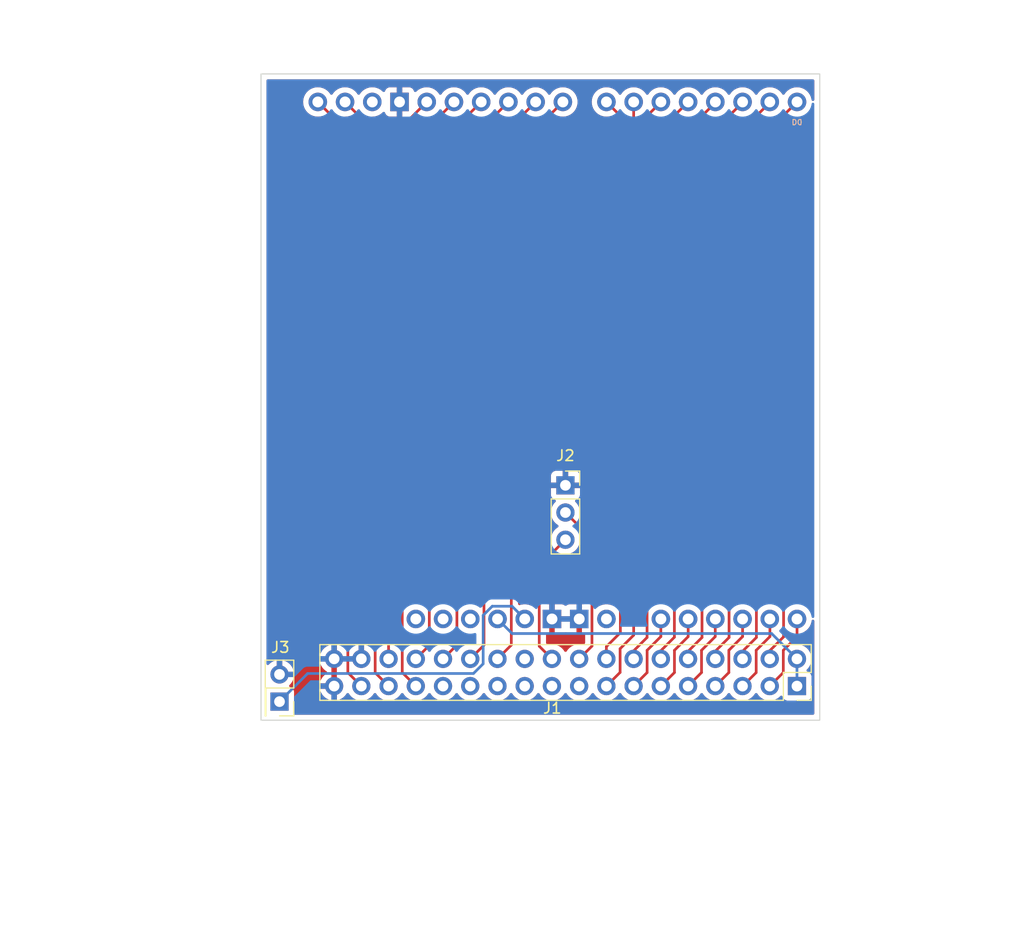
<source format=kicad_pcb>
(kicad_pcb (version 20211014) (generator pcbnew)
  (layers (0 "F.Cu" signal) (31 "B.Cu" signal) (34 "B.Paste" user) (35 "F.Paste" user) (36 "B.SilkS" user "B.Silkscreen") (37 "F.SilkS" user "F.Silkscreen") (38 "B.Mask" user) (39 "F.Mask" user) (44 "Edge.Cuts" user))
  (net 0 "")
  (net 1 "+5V")
  (net 2 "GND")
  (net 3 "+3V3")
  (net 4 "/ARDUINO_A_5")
  (net 5 "/ARDUINO_IO_14")
  (net 6 "/ARDUINO_IO_15")
  (net 7 "/ARDUINO_IO_13")
  (net 8 "/ARDUINO_IO_12")
  (net 9 "/ARDUINO_IO_11")
  (net 10 "/ARDUINO_IO_10")
  (net 11 "/ARDUINO_IO_9")
  (net 12 "/ARDUINO_IO_8")
  (net 13 "/ARDUINO_IO_7")
  (net 14 "/ARDUINO_IO_6")
  (net 15 "/ARDUINO_IO_5")
  (net 16 "/ARDUINO_IO_4")
  (net 17 "/ARDUINO_IO_3")
  (net 18 "/ARDUINO_IO_2")
  (net 19 "/ARDUINO_IO_1")
  (net 20 "/ARDUINO_IO_0")
  (net 21 "/ARDUINO_A_4")
  (net 22 "/ARDUINO_A_3")
  (net 23 "/ARDUINO_A_2")
  (net 24 "/ARDUINO_A_1")
  (net 25 "/ARDUINO_A_0")
  (net 37 "Net-(J1-Pad20)")
  (net 38 "Net-(J1-Pad18)")
  (footprint "Connector_PinSocket_2.54mm:PinSocket_2x18_P2.54mm_Vertical" (layer "F.Cu") (at 195.275 130.465 -90)
    (fp_text reference "J1" (at 2.06 22.825 180) (layer "F.SilkS"))
    (fp_text value "Conn_02x18_Odd_Even")
    (fp_line (start -1.27 1.27) (end 1.33 1.27) (layer "F.SilkS") (width 0.12))
    (fp_line (start -1.27 -1.33) (end -1.27 1.27) (layer "F.SilkS") (width 0.12))
    (fp_line (start 1.33 1.27) (end 1.33 44.51) (layer "F.SilkS") (width 0.12))
    (fp_line (start 0 -1.33) (end 1.33 -1.33) (layer "F.SilkS") (width 0.12))
    (fp_line (start 1.33 -1.33) (end 1.33 0) (layer "F.SilkS") (width 0.12))
    (fp_line (start -3.87 -1.33) (end -3.87 44.51) (layer "F.SilkS") (width 0.12))
    (fp_line (start -3.87 44.51) (end 1.33 44.51) (layer "F.SilkS") (width 0.12))
    (fp_line (start -3.87 -1.33) (end -1.27 -1.33) (layer "F.SilkS") (width 0.12))
    (pad "1" thru_hole rect (at 0 0 270) (size 1.7 1.7) (drill 1) (layers *.Cu *.Mask) (net 3 "+3V3"))
    (pad "2" thru_hole oval (at -2.54 0 270) (size 1.7 1.7) (drill 1) (layers *.Cu *.Mask) (net 3 "+3V3"))
    (pad "3" thru_hole oval (at 0 2.54 270) (size 1.7 1.7) (drill 1) (layers *.Cu *.Mask) (net 4 "/ARDUINO_A_5"))
    (pad "4" thru_hole oval (at -2.54 2.54 270) (size 1.7 1.7) (drill 1) (layers *.Cu *.Mask) (net 20 "/ARDUINO_IO_0"))
    (pad "5" thru_hole oval (at 0 5.08 270) (size 1.7 1.7) (drill 1) (layers *.Cu *.Mask) (net 21 "/ARDUINO_A_4"))
    (pad "6" thru_hole oval (at -2.54 5.08 270) (size 1.7 1.7) (drill 1) (layers *.Cu *.Mask) (net 19 "/ARDUINO_IO_1"))
    (pad "7" thru_hole oval (at 0 7.62 270) (size 1.7 1.7) (drill 1) (layers *.Cu *.Mask) (net 22 "/ARDUINO_A_3"))
    (pad "8" thru_hole oval (at -2.54 7.62 270) (size 1.7 1.7) (drill 1) (layers *.Cu *.Mask) (net 18 "/ARDUINO_IO_2"))
    (pad "9" thru_hole oval (at 0 10.16 270) (size 1.7 1.7) (drill 1) (layers *.Cu *.Mask) (net 23 "/ARDUINO_A_2"))
    (pad "10" thru_hole oval (at -2.54 10.16 270) (size 1.7 1.7) (drill 1) (layers *.Cu *.Mask) (net 17 "/ARDUINO_IO_3"))
    (pad "11" thru_hole oval (at 0 12.7 270) (size 1.7 1.7) (drill 1) (layers *.Cu *.Mask) (net 24 "/ARDUINO_A_1"))
    (pad "12" thru_hole oval (at -2.54 12.7 270) (size 1.7 1.7) (drill 1) (layers *.Cu *.Mask) (net 16 "/ARDUINO_IO_4"))
    (pad "13" thru_hole oval (at 0 15.24 270) (size 1.7 1.7) (drill 1) (layers *.Cu *.Mask) (net 25 "/ARDUINO_A_0"))
    (pad "14" thru_hole oval (at -2.54 15.24 270) (size 1.7 1.7) (drill 1) (layers *.Cu *.Mask) (net 15 "/ARDUINO_IO_5"))
    (pad "15" thru_hole oval (at 0 17.78 270) (size 1.7 1.7) (drill 1) (layers *.Cu *.Mask) (net 14 "/ARDUINO_IO_6"))
    (pad "16" thru_hole oval (at -2.54 17.78 270) (size 1.7 1.7) (drill 1) (layers *.Cu *.Mask) (net 13 "/ARDUINO_IO_7"))
    (pad "17" thru_hole oval (at 0 20.32 270) (size 1.7 1.7) (drill 1) (layers *.Cu *.Mask))
    (pad "18" thru_hole oval (at -2.54 20.32 270) (size 1.7 1.7) (drill 1) (layers *.Cu *.Mask) (net 38 "Net-(J1-Pad18)"))
    (pad "19" thru_hole oval (at 0 22.86 270) (size 1.7 1.7) (drill 1) (layers *.Cu *.Mask))
    (pad "20" thru_hole oval (at -2.54 22.86 270) (size 1.7 1.7) (drill 1) (layers *.Cu *.Mask) (net 37 "Net-(J1-Pad20)"))
    (pad "21" thru_hole oval (at 0 25.4 270) (size 1.7 1.7) (drill 1) (layers *.Cu *.Mask))
    (pad "22" thru_hole oval (at -2.54 25.4 270) (size 1.7 1.7) (drill 1) (layers *.Cu *.Mask))
    (pad "23" thru_hole oval (at 0 27.94 270) (size 1.7 1.7) (drill 1) (layers *.Cu *.Mask))
    (pad "24" thru_hole oval (at -2.54 27.94 270) (size 1.7 1.7) (drill 1) (layers *.Cu *.Mask) (net 12 "/ARDUINO_IO_8"))
    (pad "25" thru_hole oval (at 0 30.48 270) (size 1.7 1.7) (drill 1) (layers *.Cu *.Mask))
    (pad "26" thru_hole oval (at -2.54 30.48 270) (size 1.7 1.7) (drill 1) (layers *.Cu *.Mask) (net 11 "/ARDUINO_IO_9"))
    (pad "27" thru_hole oval (at 0 33.02 270) (size 1.7 1.7) (drill 1) (layers *.Cu *.Mask))
    (pad "28" thru_hole oval (at -2.54 33.02 270) (size 1.7 1.7) (drill 1) (layers *.Cu *.Mask) (net 10 "/ARDUINO_IO_10"))
    (pad "29" thru_hole oval (at 0 35.56 270) (size 1.7 1.7) (drill 1) (layers *.Cu *.Mask) (net 8 "/ARDUINO_IO_12"))
    (pad "30" thru_hole oval (at -2.54 35.56 270) (size 1.7 1.7) (drill 1) (layers *.Cu *.Mask) (net 9 "/ARDUINO_IO_11"))
    (pad "31" thru_hole oval (at 0 38.1 270) (size 1.7 1.7) (drill 1) (layers *.Cu *.Mask) (net 5 "/ARDUINO_IO_14"))
    (pad "32" thru_hole oval (at -2.54 38.1 270) (size 1.7 1.7) (drill 1) (layers *.Cu *.Mask) (net 7 "/ARDUINO_IO_13"))
    (pad "33" thru_hole oval (at 0 40.64 270) (size 1.7 1.7) (drill 1) (layers *.Cu *.Mask) (net 6 "/ARDUINO_IO_15"))
    (pad "34" thru_hole oval (at -2.54 40.64 270) (size 1.7 1.7) (drill 1) (layers *.Cu *.Mask) (net 2 "GND"))
    (pad "35" thru_hole oval (at 0 43.18 270) (size 1.7 1.7) (drill 1) (layers *.Cu *.Mask) (net 2 "GND"))
    (pad "36" thru_hole oval (at -2.54 43.18 270) (size 1.7 1.7) (drill 1) (layers *.Cu *.Mask) (net 2 "GND"))
  )
  (footprint "Connector_PinSocket_2.54mm:PinSocket_2x01_P2.54mm_Vertical" (layer "F.Cu") (at 147 131.915 -90)
    (fp_text reference "J3" (at -5.065 -0.075 180) (layer "F.SilkS"))
    (fp_text value "Conn_02x01")
    (fp_line (start -3.87 1.33) (end 1.33 1.33) (layer "F.SilkS") (width 0.12))
    (fp_line (start -1.27 -1.33) (end -1.27 1.27) (layer "F.SilkS") (width 0.12))
    (fp_line (start 1.33 1.27) (end 1.33 1.33) (layer "F.SilkS") (width 0.12))
    (fp_line (start 1.33 -1.33) (end 1.33 0) (layer "F.SilkS") (width 0.12))
    (fp_line (start -3.87 -1.33) (end -1.27 -1.33) (layer "F.SilkS") (width 0.12))
    (fp_line (start 0 -1.33) (end 1.33 -1.33) (layer "F.SilkS") (width 0.12))
    (fp_line (start -1.27 1.27) (end 1.33 1.27) (layer "F.SilkS") (width 0.12))
    (fp_line (start -3.87 -1.33) (end -3.87 1.33) (layer "F.SilkS") (width 0.12))
    (pad "1" thru_hole rect (at 0 0 270) (size 1.7 1.7) (drill 1) (layers *.Cu *.Mask) (net 1 "+5V"))
    (pad "2" thru_hole oval (at -2.54 0 270) (size 1.7 1.7) (drill 1) (layers *.Cu *.Mask) (net 2 "GND"))
  )
  (footprint "Arduino_Library:Arduino_Uno_Shield" (layer "F.Cu") (at 131.78 126.74)
    (fp_text reference "XA1" hide)
    (fp_text value "Arduino_Uno_Shield")
    (fp_text user "D0" (at 63.5 -48.895 unlocked) (layer "B.SilkS") (effects (font (size 0.5 0.5) (thickness 0.075)) (justify mirror)))
    (fp_text user "D0" (at 63.5 -48.895 unlocked) (layer "F.SilkS") (effects (font (size 0.5 0.5) (thickness 0.075))))
    (pad "" thru_hole oval (at 27.94 -2.54) (size 1.7272 1.7272) (drill 1.016) (layers *.Cu *.Mask))
    (pad "3V3" thru_hole oval (at 35.56 -2.54) (size 1.7272 1.7272) (drill 1.016) (layers *.Cu *.Mask) (net 3 "+3V3"))
    (pad "5V1" thru_hole oval (at 38.1 -2.54) (size 1.7272 1.7272) (drill 1.016) (layers *.Cu *.Mask) (net 1 "+5V"))
    (pad "A0" thru_hole oval (at 50.8 -2.54) (size 1.7272 1.7272) (drill 1.016) (layers *.Cu *.Mask) (net 25 "/ARDUINO_A_0"))
    (pad "A1" thru_hole oval (at 53.34 -2.54) (size 1.7272 1.7272) (drill 1.016) (layers *.Cu *.Mask) (net 24 "/ARDUINO_A_1"))
    (pad "A2" thru_hole oval (at 55.88 -2.54) (size 1.7272 1.7272) (drill 1.016) (layers *.Cu *.Mask) (net 23 "/ARDUINO_A_2"))
    (pad "A3" thru_hole oval (at 58.42 -2.54) (size 1.7272 1.7272) (drill 1.016) (layers *.Cu *.Mask) (net 22 "/ARDUINO_A_3"))
    (pad "A4" thru_hole oval (at 60.96 -2.54) (size 1.7272 1.7272) (drill 1.016) (layers *.Cu *.Mask) (net 21 "/ARDUINO_A_4"))
    (pad "A5" thru_hole oval (at 63.5 -2.54) (size 1.7272 1.7272) (drill 1.016) (layers *.Cu *.Mask) (net 4 "/ARDUINO_A_5"))
    (pad "AREF" thru_hole oval (at 23.876 -50.8) (size 1.7272 1.7272) (drill 1.016) (layers *.Cu *.Mask))
    (pad "D0" thru_hole oval (at 63.5 -50.8) (size 1.7272 1.7272) (drill 1.016) (layers *.Cu *.Mask) (net 20 "/ARDUINO_IO_0"))
    (pad "D1" thru_hole oval (at 60.96 -50.8) (size 1.7272 1.7272) (drill 1.016) (layers *.Cu *.Mask) (net 19 "/ARDUINO_IO_1"))
    (pad "D2" thru_hole oval (at 58.42 -50.8) (size 1.7272 1.7272) (drill 1.016) (layers *.Cu *.Mask) (net 18 "/ARDUINO_IO_2"))
    (pad "D3" thru_hole oval (at 55.88 -50.8) (size 1.7272 1.7272) (drill 1.016) (layers *.Cu *.Mask) (net 17 "/ARDUINO_IO_3"))
    (pad "D4" thru_hole oval (at 53.34 -50.8) (size 1.7272 1.7272) (drill 1.016) (layers *.Cu *.Mask) (net 16 "/ARDUINO_IO_4"))
    (pad "D5" thru_hole oval (at 50.8 -50.8) (size 1.7272 1.7272) (drill 1.016) (layers *.Cu *.Mask) (net 15 "/ARDUINO_IO_5"))
    (pad "D6" thru_hole oval (at 48.26 -50.8) (size 1.7272 1.7272) (drill 1.016) (layers *.Cu *.Mask) (net 14 "/ARDUINO_IO_6"))
    (pad "D7" thru_hole oval (at 45.72 -50.8) (size 1.7272 1.7272) (drill 1.016) (layers *.Cu *.Mask) (net 13 "/ARDUINO_IO_7"))
    (pad "D8" thru_hole oval (at 41.656 -50.8) (size 1.7272 1.7272) (drill 1.016) (layers *.Cu *.Mask) (net 12 "/ARDUINO_IO_8"))
    (pad "D9" thru_hole oval (at 39.116 -50.8) (size 1.7272 1.7272) (drill 1.016) (layers *.Cu *.Mask) (net 11 "/ARDUINO_IO_9"))
    (pad "D10" thru_hole oval (at 36.576 -50.8) (size 1.7272 1.7272) (drill 1.016) (layers *.Cu *.Mask) (net 10 "/ARDUINO_IO_10"))
    (pad "D11" thru_hole oval (at 34.036 -50.8) (size 1.7272 1.7272) (drill 1.016) (layers *.Cu *.Mask) (net 9 "/ARDUINO_IO_11"))
    (pad "D12" thru_hole oval (at 31.496 -50.8) (size 1.7272 1.7272) (drill 1.016) (layers *.Cu *.Mask) (net 8 "/ARDUINO_IO_12"))
    (pad "D13" thru_hole oval (at 28.956 -50.8) (size 1.7272 1.7272) (drill 1.016) (layers *.Cu *.Mask) (net 7 "/ARDUINO_IO_13"))
    (pad "GND1" thru_hole rect (at 26.416 -50.8) (size 1.7272 1.7272) (drill 1.016) (layers *.Cu *.Mask) (net 2 "GND"))
    (pad "GND2" thru_hole rect (at 40.64 -2.54) (size 1.7272 1.7272) (drill 1.016) (layers *.Cu *.Mask) (net 2 "GND"))
    (pad "GND3" thru_hole rect (at 43.18 -2.54) (size 1.7272 1.7272) (drill 1.016) (layers *.Cu *.Mask) (net 2 "GND"))
    (pad "IORF" thru_hole oval (at 30.48 -2.54) (size 1.7272 1.7272) (drill 1.016) (layers *.Cu *.Mask))
    (pad "RST1" thru_hole oval (at 33.02 -2.54) (size 1.7272 1.7272) (drill 1.016) (layers *.Cu *.Mask))
    (pad "SCL" thru_hole oval (at 18.796 -50.8) (size 1.7272 1.7272) (drill 1.016) (layers *.Cu *.Mask) (net 6 "/ARDUINO_IO_15"))
    (pad "SDA" thru_hole oval (at 21.336 -50.8) (size 1.7272 1.7272) (drill 1.016) (layers *.Cu *.Mask) (net 5 "/ARDUINO_IO_14"))
    (pad "VIN" thru_hole oval (at 45.72 -2.54) (size 1.7272 1.7272) (drill 1.016) (layers *.Cu *.Mask))
  )
  (footprint "Connector_PinSocket_2.54mm:PinSocket_1x03_P2.54mm_Vertical" (layer "F.Cu") (at 173.675 111.725)
    (fp_text reference "J2" (at 0 -2.77) (layer "F.SilkS"))
    (fp_text value "Conn_01x03")
    (fp_line (start 1.33 1.27) (end 1.33 6.41) (layer "F.SilkS") (width 0.12))
    (fp_line (start -1.33 6.41) (end 1.33 6.41) (layer "F.SilkS") (width 0.12))
    (fp_line (start 0 -1.33) (end 1.33 -1.33) (layer "F.SilkS") (width 0.12))
    (fp_line (start -1.33 1.27) (end 1.33 1.27) (layer "F.SilkS") (width 0.12))
    (fp_line (start 1.33 -1.33) (end 1.33 0) (layer "F.SilkS") (width 0.12))
    (fp_line (start -1.33 1.27) (end -1.33 6.41) (layer "F.SilkS") (width 0.12))
    (pad "1" thru_hole rect (at 0 0) (size 1.7 1.7) (drill 1) (layers *.Cu *.Mask) (net 2 "GND"))
    (pad "2" thru_hole oval (at 0 2.54) (size 1.7 1.7) (drill 1) (layers *.Cu *.Mask) (net 38 "Net-(J1-Pad18)"))
    (pad "3" thru_hole oval (at 0 5.08) (size 1.7 1.7) (drill 1) (layers *.Cu *.Mask) (net 37 "Net-(J1-Pad20)"))
  )
  (gr_rect (start 145.275 133.65) (end 197.4 73.325) (layer "Edge.Cuts") (width 0.1) (fill none))
  (segment (start 168.6914 123.0114) (end 166.847665 123.0114) (width 0.25) (layer "B.Cu") (net 1))
  (segment (start 166 128.381701) (end 165.091701 129.29) (width 0.25) (layer "B.Cu") (net 1))
  (segment (start 166 123.859065) (end 166 128.381701) (width 0.25) (layer "B.Cu") (net 1))
  (segment (start 165.091701 129.29) (end 149.625 129.29) (width 0.25) (layer "B.Cu") (net 1))
  (segment (start 166.847665 123.0114) (end 166 123.859065) (width 0.25) (layer "B.Cu") (net 1))
  (segment (start 149.625 129.29) (end 147 131.915) (width 0.25) (layer "B.Cu") (net 1))
  (segment (start 169.88 124.2) (end 168.6914 123.0114) (width 0.25) (layer "B.Cu") (net 1))
  (segment (start 167.34 124.2) (end 168.7 125.56) (width 0.25) (layer "B.Cu") (net 3))
  (segment (start 195.275 130.465) (end 195.275 127.925) (width 0.25) (layer "B.Cu") (net 3))
  (segment (start 168.7 125.56) (end 192.91 125.56) (width 0.25) (layer "B.Cu") (net 3))
  (segment (start 192.91 125.56) (end 195.275 127.925) (width 0.25) (layer "B.Cu") (net 3))
  (segment (start 192.735 130.465) (end 194 129.2) (width 0.25) (layer "F.Cu") (net 4))
  (segment (start 194 127.125) (end 195.28 125.845) (width 0.25) (layer "F.Cu") (net 4))
  (segment (start 194 129.2) (end 194 127.125) (width 0.25) (layer "F.Cu") (net 4))
  (segment (start 195.28 125.845) (end 195.28 124.2) (width 0.25) (layer "F.Cu") (net 4))
  (segment (start 155.925 129.215) (end 155.925 78.749) (width 0.25) (layer "F.Cu") (net 5))
  (segment (start 157.175 130.465) (end 155.925 129.215) (width 0.25) (layer "F.Cu") (net 5))
  (segment (start 155.925 78.749) (end 153.116 75.94) (width 0.25) (layer "F.Cu") (net 5))
  (segment (start 153.375 129.205) (end 153.375 78.739) (width 0.25) (layer "F.Cu") (net 6))
  (segment (start 153.375 78.739) (end 150.576 75.94) (width 0.25) (layer "F.Cu") (net 6))
  (segment (start 154.635 130.465) (end 153.375 129.205) (width 0.25) (layer "F.Cu") (net 6))
  (segment (start 157.175 79.501) (end 160.736 75.94) (width 0.25) (layer "F.Cu") (net 7))
  (segment (start 157.175 127.925) (end 157.175 79.501) (width 0.25) (layer "F.Cu") (net 7))
  (segment (start 158.45 129.2) (end 158.45 80.766) (width 0.25) (layer "F.Cu") (net 8))
  (segment (start 158.45 80.766) (end 163.276 75.94) (width 0.25) (layer "F.Cu") (net 8))
  (segment (start 159.715 130.465) (end 158.45 129.2) (width 0.25) (layer "F.Cu") (net 8))
  (segment (start 160.975 126.665) (end 160.975 80.781) (width 0.25) (layer "F.Cu") (net 9))
  (segment (start 159.715 127.925) (end 160.975 126.665) (width 0.25) (layer "F.Cu") (net 9))
  (segment (start 160.975 80.781) (end 165.816 75.94) (width 0.25) (layer "F.Cu") (net 9))
  (segment (start 163.55 80.746) (end 168.356 75.94) (width 0.25) (layer "F.Cu") (net 10))
  (segment (start 163.55 126.63) (end 163.55 80.746) (width 0.25) (layer "F.Cu") (net 10))
  (segment (start 162.255 127.925) (end 163.55 126.63) (width 0.25) (layer "F.Cu") (net 10))
  (segment (start 166.075 126.645) (end 166.075 80.761) (width 0.25) (layer "F.Cu") (net 11))
  (segment (start 166.075 80.761) (end 170.896 75.94) (width 0.25) (layer "F.Cu") (net 11))
  (segment (start 164.795 127.925) (end 166.075 126.645) (width 0.25) (layer "F.Cu") (net 11))
  (segment (start 168.625 80.751) (end 173.436 75.94) (width 0.25) (layer "F.Cu") (net 12))
  (segment (start 167.335 127.925) (end 168.625 126.635) (width 0.25) (layer "F.Cu") (net 12))
  (segment (start 168.625 126.635) (end 168.625 80.751) (width 0.25) (layer "F.Cu") (net 12))
  (segment (start 177.495 126.78) (end 178.8 125.475) (width 0.25) (layer "F.Cu") (net 13))
  (segment (start 177.495 127.925) (end 177.495 126.78) (width 0.25) (layer "F.Cu") (net 13))
  (segment (start 178.8 125.475) (end 178.8 77.24) (width 0.25) (layer "F.Cu") (net 13))
  (segment (start 178.8 77.24) (end 177.5 75.94) (width 0.25) (layer "F.Cu") (net 13))
  (segment (start 178.775 126.975) (end 178.775 129.185) (width 0.25) (layer "F.Cu") (net 14))
  (segment (start 180.04 75.94) (end 180.04 125.71) (width 0.25) (layer "F.Cu") (net 14))
  (segment (start 178.775 129.185) (end 177.495 130.465) (width 0.25) (layer "F.Cu") (net 14))
  (segment (start 180.04 125.71) (end 178.775 126.975) (width 0.25) (layer "F.Cu") (net 14))
  (segment (start 181.29 77.245) (end 182.545 75.99) (width 0.25) (layer "F.Cu") (net 15))
  (segment (start 180 127.975) (end 180 127.215) (width 0.25) (layer "F.Cu") (net 15))
  (segment (start 181.29 125.925) (end 181.29 77.245) (width 0.25) (layer "F.Cu") (net 15))
  (segment (start 180 127.215) (end 181.29 125.925) (width 0.25) (layer "F.Cu") (net 15))
  (segment (start 183.84 125.9) (end 183.84 77.22) (width 0.25) (layer "F.Cu") (net 16))
  (segment (start 183.84 77.22) (end 185.095 75.965) (width 0.25) (layer "F.Cu") (net 16))
  (segment (start 182.55 127.19) (end 183.84 125.9) (width 0.25) (layer "F.Cu") (net 16))
  (segment (start 182.55 127.95) (end 182.55 127.19) (width 0.25) (layer "F.Cu") (net 16))
  (segment (start 186.415 125.925) (end 186.415 77.245) (width 0.25) (layer "F.Cu") (net 17))
  (segment (start 185.125 127.975) (end 185.125 127.215) (width 0.25) (layer "F.Cu") (net 17))
  (segment (start 185.125 127.215) (end 186.415 125.925) (width 0.25) (layer "F.Cu") (net 17))
  (segment (start 186.415 77.245) (end 187.67 75.99) (width 0.25) (layer "F.Cu") (net 17))
  (segment (start 187.65 127.975) (end 187.65 127.215) (width 0.25) (layer "F.Cu") (net 18))
  (segment (start 187.65 127.215) (end 188.94 125.925) (width 0.25) (layer "F.Cu") (net 18))
  (segment (start 188.94 77.245) (end 190.195 75.99) (width 0.25) (layer "F.Cu") (net 18))
  (segment (start 188.94 125.925) (end 188.94 77.245) (width 0.25) (layer "F.Cu") (net 18))
  (segment (start 191.49 77.245) (end 192.745 75.99) (width 0.25) (layer "F.Cu") (net 19))
  (segment (start 190.2 127.975) (end 190.2 127.215) (width 0.25) (layer "F.Cu") (net 19))
  (segment (start 190.2 127.215) (end 191.49 125.925) (width 0.25) (layer "F.Cu") (net 19))
  (segment (start 191.49 125.925) (end 191.49 77.245) (width 0.25) (layer "F.Cu") (net 19))
  (segment (start 194.025 125.875) (end 194.025 77.195) (width 0.25) (layer "F.Cu") (net 20))
  (segment (start 192.735 127.165) (end 194.025 125.875) (width 0.25) (layer "F.Cu") (net 20))
  (segment (start 194.025 77.195) (end 195.28 75.94) (width 0.25) (layer "F.Cu") (net 20))
  (segment (start 192.735 127.925) (end 192.735 127.165) (width 0.25) (layer "F.Cu") (net 20))
  (segment (start 190.205 130.465) (end 191.47 129.2) (width 0.25) (layer "F.Cu") (net 21))
  (segment (start 192.75 125.845) (end 192.75 124.2) (width 0.25) (layer "F.Cu") (net 21))
  (segment (start 191.47 127.125) (end 192.75 125.845) (width 0.25) (layer "F.Cu") (net 21))
  (segment (start 191.47 129.2) (end 191.47 127.125) (width 0.25) (layer "F.Cu") (net 21))
  (segment (start 188.92 127.125) (end 190.2 125.845) (width 0.25) (layer "F.Cu") (net 22))
  (segment (start 187.655 130.465) (end 188.92 129.2) (width 0.25) (layer "F.Cu") (net 22))
  (segment (start 190.2 125.845) (end 190.2 124.2) (width 0.25) (layer "F.Cu") (net 22))
  (segment (start 188.92 129.2) (end 188.92 127.125) (width 0.25) (layer "F.Cu") (net 22))
  (segment (start 185.105 130.465) (end 186.37 129.2) (width 0.25) (layer "F.Cu") (net 23))
  (segment (start 186.37 129.2) (end 186.37 127.125) (width 0.25) (layer "F.Cu") (net 23))
  (segment (start 187.65 125.845) (end 187.65 124.2) (width 0.25) (layer "F.Cu") (net 23))
  (segment (start 186.37 127.125) (end 187.65 125.845) (width 0.25) (layer "F.Cu") (net 23))
  (segment (start 183.845 129.2) (end 183.845 127.125) (width 0.25) (layer "F.Cu") (net 24))
  (segment (start 183.845 127.125) (end 185.125 125.845) (width 0.25) (layer "F.Cu") (net 24))
  (segment (start 185.125 125.845) (end 185.125 124.2) (width 0.25) (layer "F.Cu") (net 24))
  (segment (start 182.58 130.465) (end 183.845 129.2) (width 0.25) (layer "F.Cu") (net 24))
  (segment (start 180.03 130.465) (end 181.295 129.2) (width 0.25) (layer "F.Cu") (net 25))
  (segment (start 181.295 127.125) (end 182.575 125.845) (width 0.25) (layer "F.Cu") (net 25))
  (segment (start 182.575 125.845) (end 182.575 124.2) (width 0.25) (layer "F.Cu") (net 25))
  (segment (start 181.295 129.2) (end 181.295 127.125) (width 0.25) (layer "F.Cu") (net 25))
  (segment (start 171.2314 126.7414) (end 172.415 127.925) (width 0.25) (layer "F.Cu") (net 37))
  (segment (start 173.675 116.805) (end 171.2314 119.2486) (width 0.25) (layer "F.Cu") (net 37))
  (segment (start 171.2314 119.2486) (end 171.2314 126.7414) (width 0.25) (layer "F.Cu") (net 37))
  (segment (start 176.1486 116.7386) (end 173.675 114.265) (width 0.25) (layer "F.Cu") (net 38))
  (segment (start 176.1486 126.7314) (end 176.1486 116.7386) (width 0.25) (layer "F.Cu") (net 38))
  (segment (start 174.955 127.925) (end 176.1486 126.7314) (width 0.25) (layer "F.Cu") (net 38))
  (zone (net 2) (net_name "GND") (layers F&B.Cu) (connect_pads thru_hole_only (clearance 0.508)) (min_thickness 0.254) (fill yes (thermal_gap 0.508) (thermal_bridge_width 0.508))
    (polygon (pts (xy 216.475 152.95) (xy 120.925 152.95) (xy 120.925 66.425) (xy 216.475 66.425)))
  )
)
</source>
